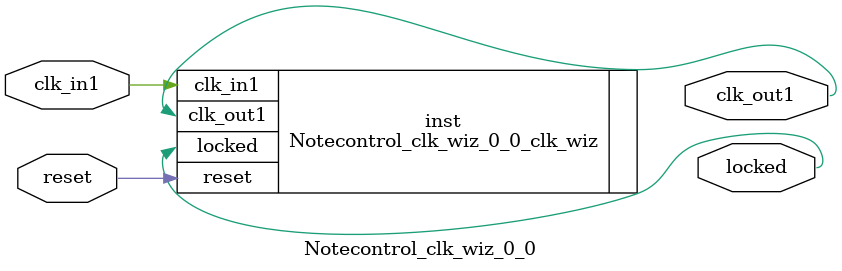
<source format=v>


`timescale 1ps/1ps

(* CORE_GENERATION_INFO = "Notecontrol_clk_wiz_0_0,clk_wiz_v5_4_3_0,{component_name=Notecontrol_clk_wiz_0_0,use_phase_alignment=true,use_min_o_jitter=false,use_max_i_jitter=false,use_dyn_phase_shift=false,use_inclk_switchover=false,use_dyn_reconfig=false,enable_axi=0,feedback_source=FDBK_AUTO,PRIMITIVE=MMCM,num_out_clk=1,clkin1_period=10.000,clkin2_period=10.000,use_power_down=false,use_reset=true,use_locked=true,use_inclk_stopped=false,feedback_type=SINGLE,CLOCK_MGR_TYPE=NA,manual_override=false}" *)

module Notecontrol_clk_wiz_0_0 
 (
  // Clock out ports
  output        clk_out1,
  // Status and control signals
  input         reset,
  output        locked,
 // Clock in ports
  input         clk_in1
 );

  Notecontrol_clk_wiz_0_0_clk_wiz inst
  (
  // Clock out ports  
  .clk_out1(clk_out1),
  // Status and control signals               
  .reset(reset), 
  .locked(locked),
 // Clock in ports
  .clk_in1(clk_in1)
  );

endmodule

</source>
